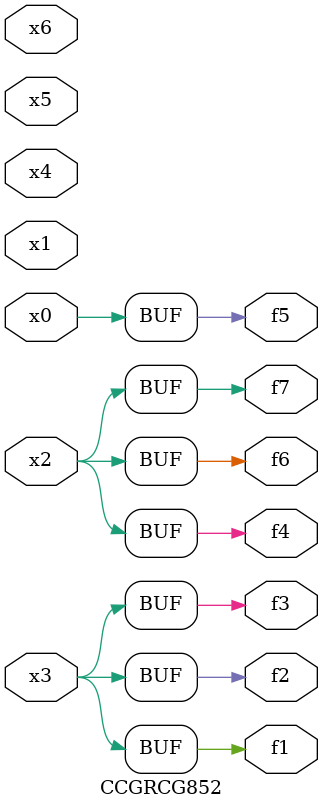
<source format=v>
module CCGRCG852(
	input x0, x1, x2, x3, x4, x5, x6,
	output f1, f2, f3, f4, f5, f6, f7
);
	assign f1 = x3;
	assign f2 = x3;
	assign f3 = x3;
	assign f4 = x2;
	assign f5 = x0;
	assign f6 = x2;
	assign f7 = x2;
endmodule

</source>
